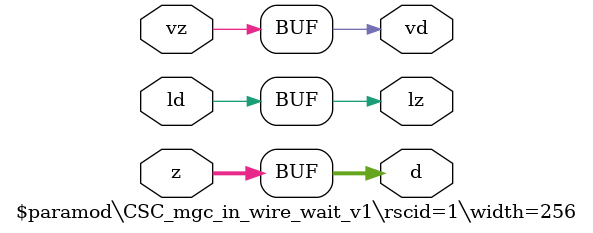
<source format=v>
module \$paramod\CSC_mgc_in_wire_wait_v1\rscid=1\width=256 (ld, vd, d, lz, vz, z);
  (* src = "./vmod/nvdla/csc/NV_NVDLA_CSC_pra_cell.v:14" *)
  output [255:0] d;
  (* src = "./vmod/nvdla/csc/NV_NVDLA_CSC_pra_cell.v:12" *)
  input ld;
  (* src = "./vmod/nvdla/csc/NV_NVDLA_CSC_pra_cell.v:15" *)
  output lz;
  (* src = "./vmod/nvdla/csc/NV_NVDLA_CSC_pra_cell.v:13" *)
  output vd;
  (* src = "./vmod/nvdla/csc/NV_NVDLA_CSC_pra_cell.v:16" *)
  input vz;
  (* src = "./vmod/nvdla/csc/NV_NVDLA_CSC_pra_cell.v:17" *)
  input [255:0] z;
  assign d = z;
  assign lz = ld;
  assign vd = vz;
endmodule

</source>
